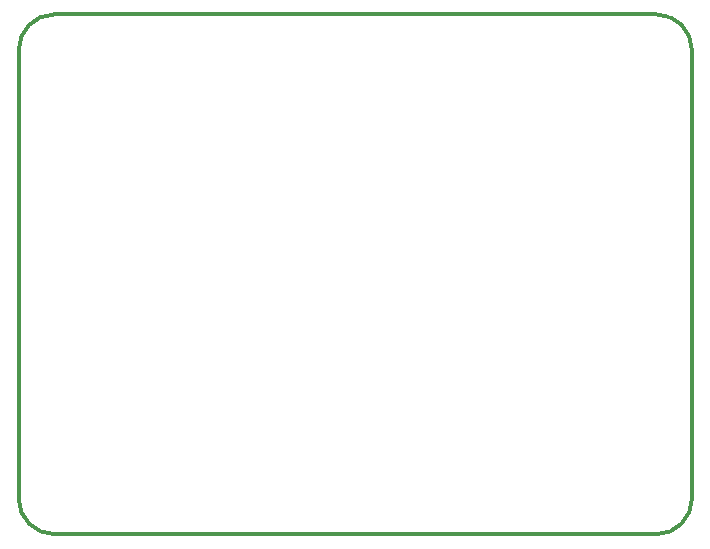
<source format=gm1>
G04*
G04 #@! TF.GenerationSoftware,Altium Limited,Altium Designer,22.0.2 (36)*
G04*
G04 Layer_Color=16711935*
%FSLAX25Y25*%
%MOIN*%
G70*
G04*
G04 #@! TF.SameCoordinates,77FB473F-6002-4E98-9841-083E989A2A2F*
G04*
G04*
G04 #@! TF.FilePolarity,Positive*
G04*
G01*
G75*
%ADD59C,0.01181*%
D59*
X535433Y224410D02*
G03*
X547244Y236221I0J11811D01*
G01*
Y385827D02*
G03*
X535433Y397638I-11811J0D01*
G01*
X322835Y236221D02*
G03*
X334646Y224410I11811J0D01*
G01*
Y397638D02*
G03*
X322835Y385827I0J-11811D01*
G01*
X334646Y397638D02*
X535433D01*
X547244Y236220D02*
Y385827D01*
X334646Y224409D02*
X535433D01*
X322835Y236220D02*
Y385827D01*
M02*

</source>
